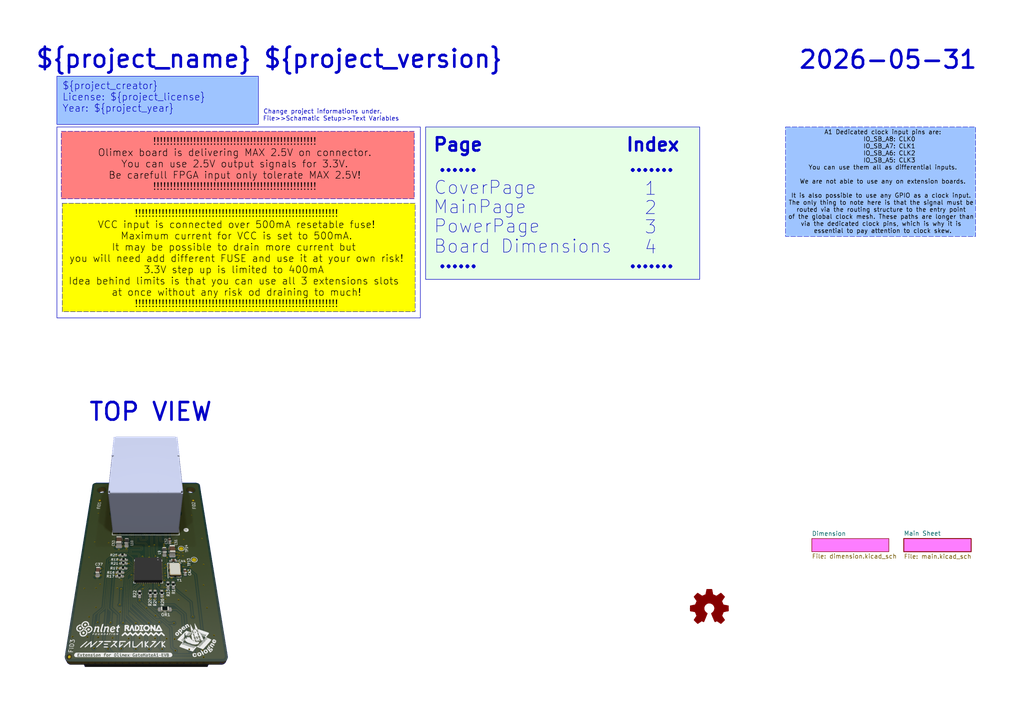
<source format=kicad_sch>
(kicad_sch (version 20250114) (generator "eeschema") (generator_version "9.0")
  (paper "A4")
  (title_block (title "${project_name} ${project_version}") (date "2024-12-02") (rev "${project_version}") (company "${project_creator}") (comment 1 "${project_license}"))
  (lib_symbols
    (symbol "Graphic:Logo_Open_Hardware_Small" (in_bom no) (on_board no)
      (symbol "Logo_Open_Hardware_Small_0_1"
        (polyline (pts (xy 3.3528 -4.3434) (xy 3.302 -4.318) (xy 3.175 -4.2418) (xy 2.9972 -4.1148) (xy 2.7686 -3.9624) (xy 2.54 -3.81) (xy 2.3622 -3.7084) (xy 2.2352 -3.6068) (xy 2.1844 -3.5814) (xy 2.159 -3.6068) (xy 2.0574 -3.6576) (xy 1.905 -3.7338) (xy 1.8034 -3.7846) (xy 1.6764 -3.8354) (xy 1.6002 -3.8354) (xy 1.6002 -3.8354) (xy 1.5494 -3.7338) (xy 1.4732 -3.5306) (xy 1.3462 -3.302) (xy 1.2446 -3.0226) (xy 1.1176 -2.7178) (xy 0.9652 -2.413) (xy 0.8636 -2.1082) (xy 0.7366 -1.8288) (xy 0.6604 -1.6256) (xy 0.6096 -1.4732) (xy 0.5842 -1.397) (xy 0.5842 -1.397) (xy 0.6604 -1.3208) (xy 0.7874 -1.2446) (xy 1.0414 -1.016) (xy 1.2954 -0.6858) (xy 1.4478 -0.3302) (xy 1.524 0.0762) (xy 1.4732 0.4572) (xy 1.3208 0.8128) (xy 1.0668 1.143) (xy 0.762 1.3716) (xy 0.4064 1.524) (xy 0 1.5748) (xy -0.381 1.5494) (xy -0.7366 1.397) (xy -1.0668 1.143) (xy -1.2192 0.9906) (xy -1.397 0.6604) (xy -1.524 0.3048) (xy -1.524 0.2286) (xy -1.4986 -0.1778) (xy -1.397 -0.5334) (xy -1.1938 -0.8636) (xy -0.9144 -1.143) (xy -0.8636 -1.1684) (xy -0.7366 -1.27) (xy -0.635 -1.3462) (xy -0.5842 -1.397) (xy -1.0668 -2.5908) (xy -1.143 -2.794) (xy -1.2954 -3.1242) (xy -1.397 -3.4036) (xy -1.4986 -3.6322) (xy -1.5748 -3.7846) (xy -1.6002 -3.8354) (xy -1.6002 -3.8354) (xy -1.651 -3.8354) (xy -1.7272 -3.81) (xy -1.905 -3.7338) (xy -2.0066 -3.683) (xy -2.1336 -3.6068) (xy -2.2098 -3.5814) (xy -2.2606 -3.6068) (xy -2.3622 -3.683) (xy -2.54 -3.81) (xy -2.7686 -3.9624) (xy -2.9718 -4.0894) (xy -3.1496 -4.2164) (xy -3.302 -4.318) (xy -3.3528 -4.3434) (xy -3.3782 -4.3434) (xy -3.429 -4.318) (xy -3.5306 -4.2164) (xy -3.7084 -4.064) (xy -3.937 -3.8354) (xy -3.9624 -3.81) (xy -4.1656 -3.6068) (xy -4.318 -3.4544) (xy -4.4196 -3.3274) (xy -4.445 -3.2766) (xy -4.445 -3.2766) (xy -4.4196 -3.2258) (xy -4.318 -3.0734) (xy -4.2164 -2.8956) (xy -4.064 -2.667) (xy -3.6576 -2.0828) (xy -3.8862 -1.5494) (xy -3.937 -1.3716) (xy -4.0386 -1.1684) (xy -4.0894 -1.0414) (xy -4.1148 -0.9652) (xy -4.191 -0.9398) (xy -4.318 -0.9144) (xy -4.5466 -0.8636) (xy -4.8006 -0.8128) (xy -5.0546 -0.7874) (xy -5.2578 -0.7366) (xy -5.4356 -0.7112) (xy -5.5118 -0.6858) (xy -5.5118 -0.6858) (xy -5.5372 -0.635) (xy -5.5372 -0.5588) (xy -5.5372 -0.4318) (xy -5.5626 -0.2286) (xy -5.5626 0.0762) (xy -5.5626 0.127) (xy -5.5372 0.4064) (xy -5.5372 0.635) (xy -5.5372 0.762) (xy -5.5372 0.8382) (xy -5.5372 0.8382) (xy -5.461 0.8382) (xy -5.3086 0.889) (xy -5.08 0.9144) (xy -4.826 0.9652) (xy -4.8006 0.9906) (xy -4.5466 1.0414) (xy -4.318 1.0668) (xy -4.1656 1.1176) (xy -4.0894 1.143) (xy -4.0894 1.143) (xy -4.0386 1.2446) (xy -3.9624 1.4224) (xy -3.8608 1.6256) (xy -3.7846 1.8288) (xy -3.7084 2.0066) (xy -3.6576 2.159) (xy -3.6322 2.2098) (xy -3.6322 2.2098) (xy -3.683 2.286) (xy -3.7592 2.413) (xy -3.8862 2.5908) (xy -4.064 2.8194) (xy -4.064 2.8448) (xy -4.2164 3.0734) (xy -4.3434 3.2512) (xy -4.4196 3.3782) (xy -4.445 3.4544) (xy -4.445 3.4544) (xy -4.3942 3.5052) (xy -4.2926 3.6322) (xy -4.1148 3.81) (xy -3.937 4.0132) (xy -3.8608 4.064) (xy -3.6576 4.2926) (xy -3.5052 4.4196) (xy -3.4036 4.4958) (xy -3.3528 4.5212) (xy -3.3528 4.5212) (xy -3.302 4.4704) (xy -3.1496 4.3688) (xy -2.9718 4.2418) (xy -2.7432 4.0894) (xy -2.7178 4.0894) (xy -2.4892 3.937) (xy -2.3114 3.81) (xy -2.1844 3.7084) (xy -2.1336 3.683) (xy -2.1082 3.683) (xy -2.032 3.7084) (xy -1.8542 3.7592) (xy -1.6764 3.8354) (xy -1.4732 3.937) (xy -1.27 4.0132) (xy -1.143 4.064) (xy -1.0668 4.1148) (xy -1.0668 4.1148) (xy -1.0414 4.191) (xy -1.016 4.3434) (xy -0.9652 4.572) (xy -0.9144 4.8514) (xy -0.889 4.9022) (xy -0.8382 5.1562) (xy -0.8128 5.3848) (xy -0.7874 5.5372) (xy -0.762 5.588) (xy -0.7112 5.6134) (xy -0.5842 5.6134) (xy -0.4064 5.6134) (xy -0.1524 5.6134) (xy 0.0762 5.6134) (xy 0.3302 5.6134) (xy 0.5334 5.6134) (xy 0.6858 5.588) (xy 0.7366 5.588) (xy 0.7366 5.588) (xy 0.762 5.5118) (xy 0.8128 5.334) (xy 0.8382 5.1054) (xy 0.9144 4.826) (xy 0.9144 4.7752) (xy 0.9652 4.5212) (xy 1.016 4.2926) (xy 1.0414 4.1402) (xy 1.0668 4.0894) (xy 1.0668 4.0894) (xy 1.1938 4.0386) (xy 1.3716 3.9624) (xy 1.5748 3.8608) (xy 2.0828 3.6576) (xy 2.7178 4.0894) (xy 2.7686 4.1402) (xy 2.9972 4.2926) (xy 3.175 4.4196) (xy 3.302 4.4958) (xy 3.3782 4.5212) (xy 3.3782 4.5212) (xy 3.429 4.4704) (xy 3.556 4.3434) (xy 3.7338 4.191) (xy 3.9116 3.9878) (xy 4.064 3.8354) (xy 4.2418 3.6576) (xy 4.3434 3.556) (xy 4.4196 3.4798) (xy 4.4196 3.429) (xy 4.4196 3.4036) (xy 4.3942 3.3274) (xy 4.2926 3.2004) (xy 4.1656 2.9972) (xy 4.0132 2.794) (xy 3.8862 2.5908) (xy 3.7592 2.3876) (xy 3.6576 2.2352) (xy 3.6322 2.159) (xy 3.6322 2.1336) (xy 3.683 2.0066) (xy 3.7592 1.8288) (xy 3.8608 1.6002) (xy 4.064 1.1176) (xy 4.3942 1.0414) (xy 4.5974 1.016) (xy 4.8768 0.9652) (xy 5.1308 0.9144) (xy 5.5372 0.8382) (xy 5.5626 -0.6604) (xy 5.4864 -0.6858) (xy 5.4356 -0.6858) (xy 5.2832 -0.7366) (xy 5.0546 -0.762) (xy 4.8006 -0.8128) (xy 4.5974 -0.8636) (xy 4.3688 -0.9144) (xy 4.2164 -0.9398) (xy 4.1402 -0.9398) (xy 4.1148 -0.9652) (xy 4.064 -1.0668) (xy 3.9878 -1.2446) (xy 3.9116 -1.4478) (xy 3.81 -1.651) (xy 3.7338 -1.8542) (xy 3.683 -2.0066) (xy 3.6576 -2.0828) (xy 3.683 -2.1336) (xy 3.7846 -2.2606) (xy 3.8862 -2.4638) (xy 4.0386 -2.667) (xy 4.191 -2.8956) (xy 4.318 -3.0734) (xy 4.3942 -3.2004) (xy 4.445 -3.2766) (xy 4.4196 -3.3274) (xy 4.3434 -3.429) (xy 4.1656 -3.5814) (xy 3.937 -3.8354) (xy 3.8862 -3.8608) (xy 3.683 -4.064) (xy 3.5306 -4.2164) (xy 3.4036 -4.318) (xy 3.3528 -4.3434)) (fill (type outline)))
      )
    )
  )
  (rectangle (start 227.838 36.83) (end 282.956 68.58) (stroke (width 0.127) (type dash)) (fill (type color) (color 158 196 255 1)))
  (rectangle (start 18.034 58.928) (end 120.396 90.424) (stroke (width 0.127) (type dash)) (fill (type color) (color 255 255 0 1)))
  (rectangle (start 16.51 36.83) (end 121.92 92.202))
  (rectangle (start 17.78 38.1) (end 120.142 57.658) (stroke (width 0.127) (type dash)) (fill (type color) (color 255 0 0 0.5)))
  (rectangle (start 123.444 36.83) (end 202.946 81.026) (fill (type color) (color 0 255 0 0.1)))
  (text "3" (at 188.722 66.04 0) (effects (font (size 3.81 3.81))))
  (text "         Index" (at 176.276 42.164 0) (effects (font (size 3.81 3.81) (thickness 0.762) (bold yes))))
  (text "!!!!!!!!!!!!!!!!!!!!!!!!!!!!!!!!!!!!!!!!!!!!!!!!!!!!!!!!!!!!!\nVCC input is connected over 500mA resetable fuse!\nMaximum current for VCC is set to 500mA.\nIt may be possible to drain more current but \nyou will need add different FUSE and use it at your own risk!\n3.3V step up is limited to 400mA \nIdea behind limits is that you can use all 3 extensions slots \nat once without any risk od draining to much!\n!!!!!!!!!!!!!!!!!!!!!!!!!!!!!!!!!!!!!!!!!!!!!!!!!!!!!!!!!!!!!" (at 68.58 75.184 0) (effects (font (size 2.032 2.032))))
  (text "2" (at 188.722 60.452 0) (effects (font (size 3.81 3.81))))
  (text "!!!!!!!!!!!!!!!!!!!!!!!!!!!!!!!!!!!!!!!!!!!!!!!!!\nOlimex board is delivering MAX 2.5V on connector.\nYou can use 2.5V output signals for 3.3V.\nBe carefull FPGA input only tolerate MAX 2.5V!\n!!!!!!!!!!!!!!!!!!!!!!!!!!!!!!!!!!!!!!!!!!!!!!!!!" (at 68.072 47.752 0) (effects (font (size 2.032 2.032))))
  (text "......" (at 132.842 75.946 0) (effects (font (size 3.81 3.81) (thickness 0.762) (bold yes))))
  (text "PowerPage" (at 141.224 65.786 0) (effects (font (size 3.81 3.81))))
  (text "Change project informations under.     \nFile>>Schamatic Setup>>Text Variables" (at 96.012 33.528 0) (effects (font (size 1.27 1.27))))
  (text "......" (at 132.842 48.006 0) (effects (font (size 3.81 3.81) (thickness 0.762) (bold yes))))
  (text "......." (at 188.976 75.946 0) (effects (font (size 3.81 3.81) (thickness 0.762) (bold yes))))
  (text "A1 Dedicated clock input pins are:\n    IO_SB_A8: CLK0\n    IO_SB_A7: CLK1\n    IO_SB_A6: CLK2\n    IO_SB_A5: CLK3\nYou can use them all as differential inputs.\n\nWe are not able to use any on extension boards.\n\nIt is also possible to use any GPIO as a clock input. \nThe only thing to note here is that the signal must be \nrouted via the routing structure to the entry point \nof the global clock mesh. These paths are longer than \nvia the dedicated clock pins, which is why it is \nessential to pay attention to clock skew." (at 256.032 52.832 0) (effects (font (size 1.27 1.27))))
  (text "CoverPage" (at 140.716 54.61 0) (effects (font (size 3.81 3.81))))
  (text "Board Dimensions" (at 151.638 71.628 0) (effects (font (size 3.81 3.81))))
  (text "4" (at 188.722 71.882 0) (effects (font (size 3.81 3.81))))
  (text "......." (at 188.976 48.006 0) (effects (font (size 3.81 3.81) (thickness 0.762) (bold yes))))
  (text "1" (at 188.722 54.864 0) (effects (font (size 3.81 3.81))))
  (text "MainPage" (at 139.192 60.198 0) (effects (font (size 3.81 3.81))))
  (text "${CURRENT_DATE}" (at 257.556 17.526 0) (effects (font (size 5.08 5.08) (thickness 0.762) (bold yes))))
  (text "${project_name} ${project_version} " (at 80.01 17.272 0) (effects (font (size 5.08 5.08) (thickness 0.762) (bold yes))))
  (text "TOP VIEW" (at 43.688 119.634 0) (effects (font (size 5.08 5.08) (thickness 0.762) (bold yes))))
  (text "Page" (at 132.842 42.164 0) (effects (font (size 3.81 3.81) (thickness 0.762) (bold yes))))
  (text_box "${project_creator}\nLicense: ${project_license}\nYear: ${project_year}" (at 16.51 22.098 0) (size 58.42 13.97) (margins 1.524 1.524 1.524 1.524) (fill (type color) (color 158 196 255 1)) (effects (font (size 2.032 2.032)) (justify left top)))
  (image (at 42.418 160.02) (scale 0.226986))
  (symbol (lib_id "Graphic:Logo_Open_Hardware_Small") (at 205.74 176.53 0) (unit 1) (exclude_from_sim yes) (in_bom no) (on_board no)
    (property "Reference" "#SYM1" (effects (hide yes)))
    (property "Value" "Logo_Open_Hardware_Small" (effects (hide yes)))
    (property "Description" "Open Hardware logo, small" (effects (hide yes)))
  )
  (sheet (at 235.458 156.21) (size 22.352 3.81) (stroke (width 0.1524)) (fill (color 251 0 255 0.5098))
    (property "Sheetname" "Dimension" (at 235.458 155.4984 0) (effects (justify left bottom)))
    (property "Sheetfile" "dimension.kicad_sch" (at 235.458 160.6046 0) (effects (justify left top)))
  )
  (sheet (at 262.128 156.21) (size 19.558 3.81) (stroke (width 0.254)) (fill (color 251 0 255 0.5100))
    (property "Sheetname" "Main Sheet" (at 262.128 155.4476 0) (effects (justify left bottom)))
    (property "Sheetfile" "main.kicad_sch" (at 262.128 160.6554 0) (effects (justify left top)))
  )
)
</source>
